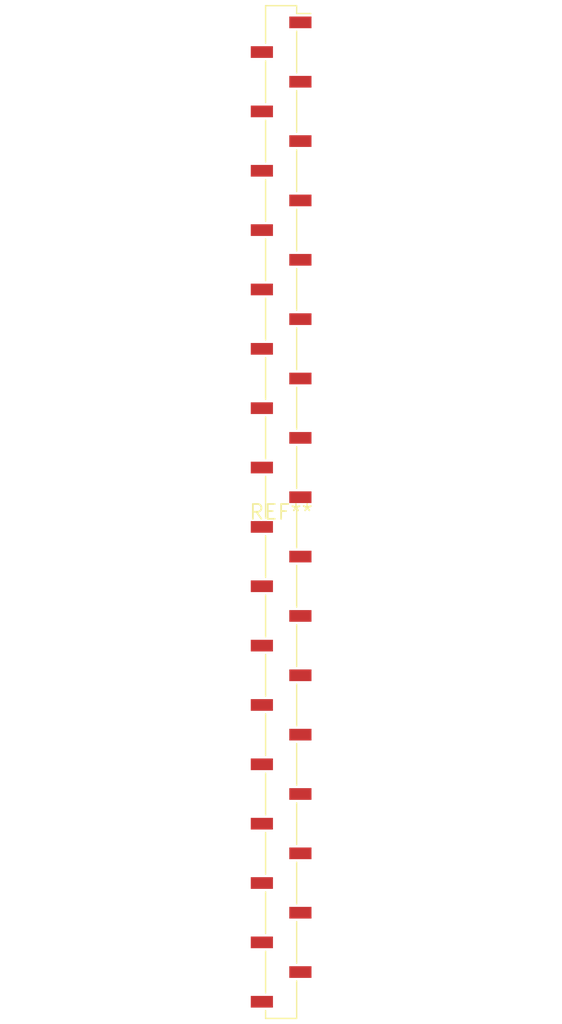
<source format=kicad_pcb>
(kicad_pcb (version 20240108) (generator pcbnew)
  (layers (0 "F.Cu" signal) (31 "B.Cu" signal) (34 "B.Paste" user) (35 "F.Paste" user) (36 "B.SilkS" user "B.Silkscreen") (37 "F.SilkS" user "F.Silkscreen") (38 "B.Mask" user) (39 "F.Mask" user) (44 "Edge.Cuts" user))
  (net 0 "")
  (footprint "PinSocket_1x34_P2.54mm_Vertical_SMD_Pin1Right" (layer "F.Cu") (at 0 0)
    (property "Reference" "REF**")
    (property "Value" "PinSocket_1x34_P2.54mm_Vertical_SMD_Pin1Right")
    (fp_line (start -1.33 -43.34) (end -1.33 -40.13) (layer "F.SilkS") (stroke (width 0.12)))
    (fp_line (start -1.33 -43.34) (end 1.33 -43.34) (layer "F.SilkS") (stroke (width 0.12)))
    (fp_line (start -1.33 -38.61) (end -1.33 -35.05) (layer "F.SilkS") (stroke (width 0.12)))
    (fp_line (start -1.33 -33.53) (end -1.33 -29.97) (layer "F.SilkS") (stroke (width 0.12)))
    (fp_line (start -1.33 -28.45) (end -1.33 -24.89) (layer "F.SilkS") (stroke (width 0.12)))
    (fp_line (start -1.33 -23.37) (end -1.33 -19.81) (layer "F.SilkS") (stroke (width 0.12)))
    (fp_line (start -1.33 -18.29) (end -1.33 -14.73) (layer "F.SilkS") (stroke (width 0.12)))
    (fp_line (start -1.33 -13.21) (end -1.33 -9.65) (layer "F.SilkS") (stroke (width 0.12)))
    (fp_line (start -1.33 -8.13) (end -1.33 -4.57) (layer "F.SilkS") (stroke (width 0.12)))
    (fp_line (start -1.33 -3.05) (end -1.33 0.51) (layer "F.SilkS") (stroke (width 0.12)))
    (fp_line (start -1.33 2.03) (end -1.33 5.59) (layer "F.SilkS") (stroke (width 0.12)))
    (fp_line (start -1.33 7.11) (end -1.33 10.67) (layer "F.SilkS") (stroke (width 0.12)))
    (fp_line (start -1.33 12.19) (end -1.33 15.75) (layer "F.SilkS") (stroke (width 0.12)))
    (fp_line (start -1.33 17.27) (end -1.33 20.83) (layer "F.SilkS") (stroke (width 0.12)))
    (fp_line (start -1.33 22.35) (end -1.33 25.91) (layer "F.SilkS") (stroke (width 0.12)))
    (fp_line (start -1.33 27.43) (end -1.33 30.99) (layer "F.SilkS") (stroke (width 0.12)))
    (fp_line (start -1.33 32.51) (end -1.33 36.07) (layer "F.SilkS") (stroke (width 0.12)))
    (fp_line (start -1.33 37.59) (end -1.33 41.15) (layer "F.SilkS") (stroke (width 0.12)))
    (fp_line (start -1.33 42.67) (end -1.33 43.34) (layer "F.SilkS") (stroke (width 0.12)))
    (fp_line (start -1.33 43.34) (end 1.33 43.34) (layer "F.SilkS") (stroke (width 0.12)))
    (fp_line (start 1.33 -43.34) (end 1.33 -42.67) (layer "F.SilkS") (stroke (width 0.12)))
    (fp_line (start 1.33 -42.67) (end 2.54 -42.67) (layer "F.SilkS") (stroke (width 0.12)))
    (fp_line (start 1.33 -41.15) (end 1.33 -37.59) (layer "F.SilkS") (stroke (width 0.12)))
    (fp_line (start 1.33 -36.07) (end 1.33 -32.51) (layer "F.SilkS") (stroke (width 0.12)))
    (fp_line (start 1.33 -30.99) (end 1.33 -27.43) (layer "F.SilkS") (stroke (width 0.12)))
    (fp_line (start 1.33 -25.91) (end 1.33 -22.35) (layer "F.SilkS") (stroke (width 0.12)))
    (fp_line (start 1.33 -20.83) (end 1.33 -17.27) (layer "F.SilkS") (stroke (width 0.12)))
    (fp_line (start 1.33 -15.75) (end 1.33 -12.19) (layer "F.SilkS") (stroke (width 0.12)))
    (fp_line (start 1.33 -10.67) (end 1.33 -7.11) (layer "F.SilkS") (stroke (width 0.12)))
    (fp_line (start 1.33 -5.59) (end 1.33 -2.03) (layer "F.SilkS") (stroke (width 0.12)))
    (fp_line (start 1.33 -0.51) (end 1.33 3.05) (layer "F.SilkS") (stroke (width 0.12)))
    (fp_line (start 1.33 4.57) (end 1.33 8.13) (layer "F.SilkS") (stroke (width 0.12)))
    (fp_line (start 1.33 9.65) (end 1.33 13.21) (layer "F.SilkS") (stroke (width 0.12)))
    (fp_line (start 1.33 14.73) (end 1.33 18.29) (layer "F.SilkS") (stroke (width 0.12)))
    (fp_line (start 1.33 19.81) (end 1.33 23.37) (layer "F.SilkS") (stroke (width 0.12)))
    (fp_line (start 1.33 24.89) (end 1.33 28.45) (layer "F.SilkS") (stroke (width 0.12)))
    (fp_line (start 1.33 29.97) (end 1.33 33.53) (layer "F.SilkS") (stroke (width 0.12)))
    (fp_line (start 1.33 35.05) (end 1.33 38.61) (layer "F.SilkS") (stroke (width 0.12)))
    (fp_line (start 1.33 40.13) (end 1.33 43.34) (layer "F.SilkS") (stroke (width 0.12)))
    (pad "1" smd rect (at 1.65 -41.91) (size 1.9 1) (layers "F.Cu" "F.Paste" "F.Mask"))
    (pad "2" smd rect (at -1.65 -39.37) (size 1.9 1) (layers "F.Cu" "F.Paste" "F.Mask"))
    (pad "3" smd rect (at 1.65 -36.83) (size 1.9 1) (layers "F.Cu" "F.Paste" "F.Mask"))
    (pad "4" smd rect (at -1.65 -34.29) (size 1.9 1) (layers "F.Cu" "F.Paste" "F.Mask"))
    (pad "5" smd rect (at 1.65 -31.75) (size 1.9 1) (layers "F.Cu" "F.Paste" "F.Mask"))
    (pad "6" smd rect (at -1.65 -29.21) (size 1.9 1) (layers "F.Cu" "F.Paste" "F.Mask"))
    (pad "7" smd rect (at 1.65 -26.67) (size 1.9 1) (layers "F.Cu" "F.Paste" "F.Mask"))
    (pad "8" smd rect (at -1.65 -24.13) (size 1.9 1) (layers "F.Cu" "F.Paste" "F.Mask"))
    (pad "9" smd rect (at 1.65 -21.59) (size 1.9 1) (layers "F.Cu" "F.Paste" "F.Mask"))
    (pad "10" smd rect (at -1.65 -19.05) (size 1.9 1) (layers "F.Cu" "F.Paste" "F.Mask"))
    (pad "11" smd rect (at 1.65 -16.51) (size 1.9 1) (layers "F.Cu" "F.Paste" "F.Mask"))
    (pad "12" smd rect (at -1.65 -13.97) (size 1.9 1) (layers "F.Cu" "F.Paste" "F.Mask"))
    (pad "13" smd rect (at 1.65 -11.43) (size 1.9 1) (layers "F.Cu" "F.Paste" "F.Mask"))
    (pad "14" smd rect (at -1.65 -8.89) (size 1.9 1) (layers "F.Cu" "F.Paste" "F.Mask"))
    (pad "15" smd rect (at 1.65 -6.35) (size 1.9 1) (layers "F.Cu" "F.Paste" "F.Mask"))
    (pad "16" smd rect (at -1.65 -3.81) (size 1.9 1) (layers "F.Cu" "F.Paste" "F.Mask"))
    (pad "17" smd rect (at 1.65 -1.27) (size 1.9 1) (layers "F.Cu" "F.Paste" "F.Mask"))
    (pad "18" smd rect (at -1.65 1.27) (size 1.9 1) (layers "F.Cu" "F.Paste" "F.Mask"))
    (pad "19" smd rect (at 1.65 3.81) (size 1.9 1) (layers "F.Cu" "F.Paste" "F.Mask"))
    (pad "20" smd rect (at -1.65 6.35) (size 1.9 1) (layers "F.Cu" "F.Paste" "F.Mask"))
    (pad "21" smd rect (at 1.65 8.89) (size 1.9 1) (layers "F.Cu" "F.Paste" "F.Mask"))
    (pad "22" smd rect (at -1.65 11.43) (size 1.9 1) (layers "F.Cu" "F.Paste" "F.Mask"))
    (pad "23" smd rect (at 1.65 13.97) (size 1.9 1) (layers "F.Cu" "F.Paste" "F.Mask"))
    (pad "24" smd rect (at -1.65 16.51) (size 1.9 1) (layers "F.Cu" "F.Paste" "F.Mask"))
    (pad "25" smd rect (at 1.65 19.05) (size 1.9 1) (layers "F.Cu" "F.Paste" "F.Mask"))
    (pad "26" smd rect (at -1.65 21.59) (size 1.9 1) (layers "F.Cu" "F.Paste" "F.Mask"))
    (pad "27" smd rect (at 1.65 24.13) (size 1.9 1) (layers "F.Cu" "F.Paste" "F.Mask"))
    (pad "28" smd rect (at -1.65 26.67) (size 1.9 1) (layers "F.Cu" "F.Paste" "F.Mask"))
    (pad "29" smd rect (at 1.65 29.21) (size 1.9 1) (layers "F.Cu" "F.Paste" "F.Mask"))
    (pad "30" smd rect (at -1.65 31.75) (size 1.9 1) (layers "F.Cu" "F.Paste" "F.Mask"))
    (pad "31" smd rect (at 1.65 34.29) (size 1.9 1) (layers "F.Cu" "F.Paste" "F.Mask"))
    (pad "32" smd rect (at -1.65 36.83) (size 1.9 1) (layers "F.Cu" "F.Paste" "F.Mask"))
    (pad "33" smd rect (at 1.65 39.37) (size 1.9 1) (layers "F.Cu" "F.Paste" "F.Mask"))
    (pad "34" smd rect (at -1.65 41.91) (size 1.9 1) (layers "F.Cu" "F.Paste" "F.Mask"))
  )
)
</source>
